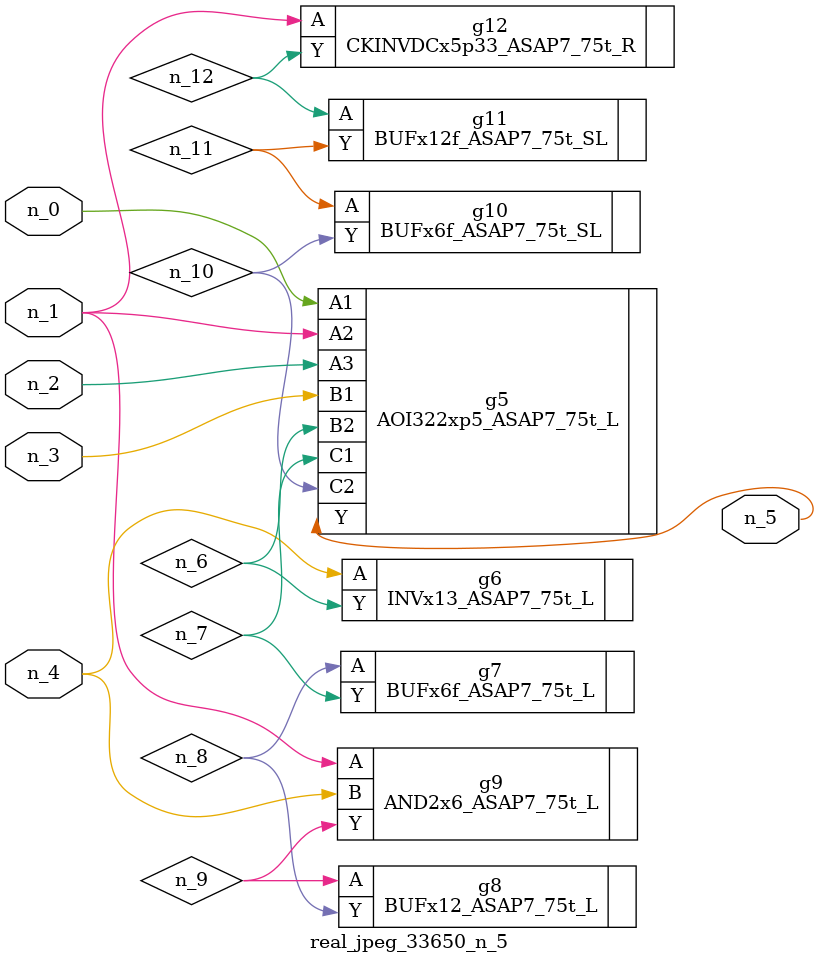
<source format=v>
module real_jpeg_33650_n_5 (n_4, n_0, n_1, n_2, n_3, n_5);

input n_4;
input n_0;
input n_1;
input n_2;
input n_3;

output n_5;

wire n_12;
wire n_8;
wire n_11;
wire n_6;
wire n_7;
wire n_10;
wire n_9;

AOI322xp5_ASAP7_75t_L g5 ( 
.A1(n_0),
.A2(n_1),
.A3(n_2),
.B1(n_3),
.B2(n_6),
.C1(n_7),
.C2(n_10),
.Y(n_5)
);

AND2x6_ASAP7_75t_L g9 ( 
.A(n_1),
.B(n_4),
.Y(n_9)
);

CKINVDCx5p33_ASAP7_75t_R g12 ( 
.A(n_1),
.Y(n_12)
);

INVx13_ASAP7_75t_L g6 ( 
.A(n_4),
.Y(n_6)
);

BUFx6f_ASAP7_75t_L g7 ( 
.A(n_8),
.Y(n_7)
);

BUFx12_ASAP7_75t_L g8 ( 
.A(n_9),
.Y(n_8)
);

BUFx6f_ASAP7_75t_SL g10 ( 
.A(n_11),
.Y(n_10)
);

BUFx12f_ASAP7_75t_SL g11 ( 
.A(n_12),
.Y(n_11)
);


endmodule
</source>
